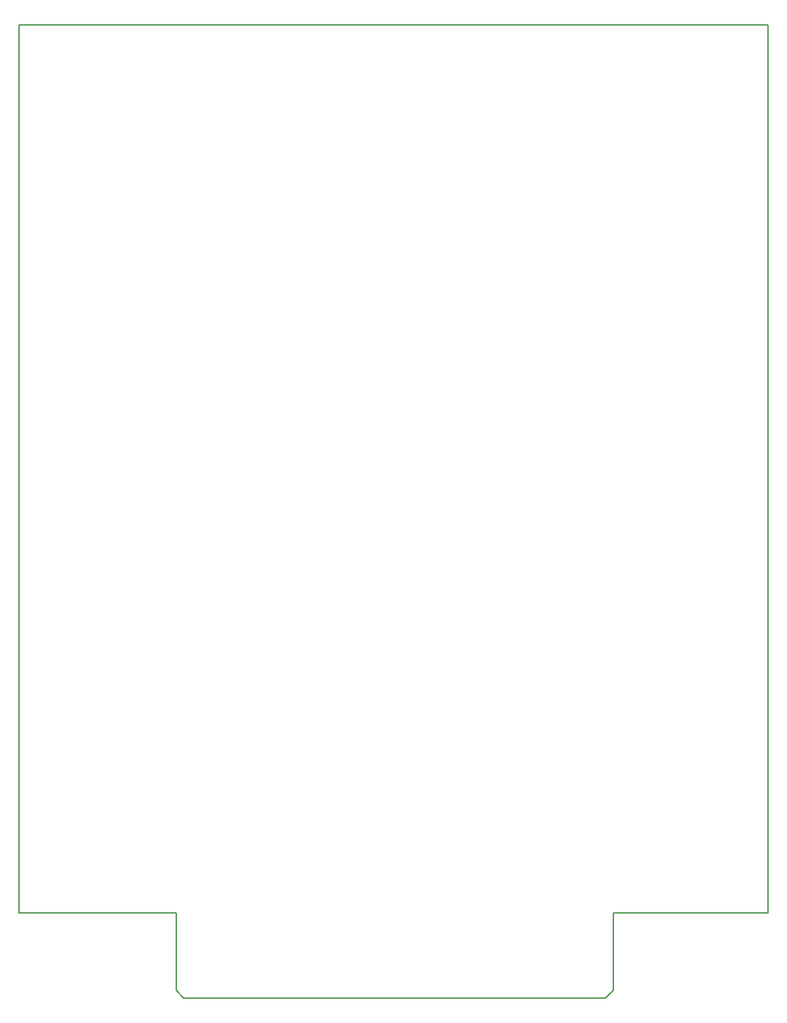
<source format=gbr>
G04 #@! TF.GenerationSoftware,KiCad,Pcbnew,(5.1.2-1)-1*
G04 #@! TF.CreationDate,2022-07-30T23:34:55+02:00*
G04 #@! TF.ProjectId,ElectronBreadBoard,456c6563-7472-46f6-9e42-72656164426f,rev?*
G04 #@! TF.SameCoordinates,Original*
G04 #@! TF.FileFunction,Profile,NP*
%FSLAX46Y46*%
G04 Gerber Fmt 4.6, Leading zero omitted, Abs format (unit mm)*
G04 Created by KiCad (PCBNEW (5.1.2-1)-1) date 2022-07-30 23:34:55*
%MOMM*%
%LPD*%
G04 APERTURE LIST*
%ADD10C,0.150000*%
G04 APERTURE END LIST*
D10*
X139545000Y-166250000D02*
X159490000Y-166250000D01*
X62800000Y-166280000D02*
X83045000Y-166250000D01*
X62800000Y-51550000D02*
X62800000Y-166280000D01*
X159530000Y-51550000D02*
X62800000Y-51550000D01*
X159490000Y-166250000D02*
X159530000Y-51550000D01*
X139545000Y-176250000D02*
X139545000Y-166250000D01*
X138545000Y-177250000D02*
X139545000Y-176250000D01*
X84045000Y-177250000D02*
X138545000Y-177250000D01*
X83045000Y-176250000D02*
X84045000Y-177250000D01*
X83045000Y-166250000D02*
X83045000Y-176250000D01*
M02*

</source>
